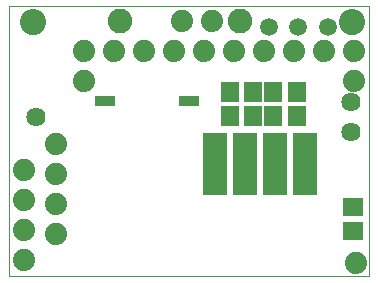
<source format=gts>
G75*
%MOIN*%
%OFA0B0*%
%FSLAX25Y25*%
%IPPOS*%
%LPD*%
%AMOC8*
5,1,8,0,0,1.08239X$1,22.5*
%
%ADD10C,0.00000*%
%ADD11C,0.08674*%
%ADD12C,0.07400*%
%ADD13C,0.06400*%
%ADD14R,0.08400X0.20800*%
%ADD15R,0.06800X0.03800*%
%ADD16R,0.05918X0.06706*%
%ADD17R,0.06706X0.05918*%
%ADD18C,0.05956*%
%ADD19C,0.08200*%
D10*
X0001500Y0011270D02*
X0001500Y0101270D01*
X0121500Y0101270D01*
X0121500Y0011270D01*
X0001500Y0011270D01*
X0005437Y0095916D02*
X0005439Y0096041D01*
X0005445Y0096166D01*
X0005455Y0096290D01*
X0005469Y0096414D01*
X0005486Y0096538D01*
X0005508Y0096661D01*
X0005534Y0096783D01*
X0005563Y0096905D01*
X0005596Y0097025D01*
X0005634Y0097144D01*
X0005674Y0097263D01*
X0005719Y0097379D01*
X0005767Y0097494D01*
X0005819Y0097608D01*
X0005875Y0097720D01*
X0005934Y0097830D01*
X0005996Y0097938D01*
X0006062Y0098045D01*
X0006131Y0098149D01*
X0006204Y0098250D01*
X0006279Y0098350D01*
X0006358Y0098447D01*
X0006440Y0098541D01*
X0006525Y0098633D01*
X0006612Y0098722D01*
X0006703Y0098808D01*
X0006796Y0098891D01*
X0006892Y0098972D01*
X0006990Y0099049D01*
X0007090Y0099123D01*
X0007193Y0099194D01*
X0007298Y0099261D01*
X0007406Y0099326D01*
X0007515Y0099386D01*
X0007626Y0099444D01*
X0007739Y0099497D01*
X0007853Y0099547D01*
X0007969Y0099594D01*
X0008086Y0099636D01*
X0008205Y0099675D01*
X0008325Y0099711D01*
X0008446Y0099742D01*
X0008568Y0099770D01*
X0008690Y0099793D01*
X0008814Y0099813D01*
X0008938Y0099829D01*
X0009062Y0099841D01*
X0009187Y0099849D01*
X0009312Y0099853D01*
X0009436Y0099853D01*
X0009561Y0099849D01*
X0009686Y0099841D01*
X0009810Y0099829D01*
X0009934Y0099813D01*
X0010058Y0099793D01*
X0010180Y0099770D01*
X0010302Y0099742D01*
X0010423Y0099711D01*
X0010543Y0099675D01*
X0010662Y0099636D01*
X0010779Y0099594D01*
X0010895Y0099547D01*
X0011009Y0099497D01*
X0011122Y0099444D01*
X0011233Y0099386D01*
X0011343Y0099326D01*
X0011450Y0099261D01*
X0011555Y0099194D01*
X0011658Y0099123D01*
X0011758Y0099049D01*
X0011856Y0098972D01*
X0011952Y0098891D01*
X0012045Y0098808D01*
X0012136Y0098722D01*
X0012223Y0098633D01*
X0012308Y0098541D01*
X0012390Y0098447D01*
X0012469Y0098350D01*
X0012544Y0098250D01*
X0012617Y0098149D01*
X0012686Y0098045D01*
X0012752Y0097938D01*
X0012814Y0097830D01*
X0012873Y0097720D01*
X0012929Y0097608D01*
X0012981Y0097494D01*
X0013029Y0097379D01*
X0013074Y0097263D01*
X0013114Y0097144D01*
X0013152Y0097025D01*
X0013185Y0096905D01*
X0013214Y0096783D01*
X0013240Y0096661D01*
X0013262Y0096538D01*
X0013279Y0096414D01*
X0013293Y0096290D01*
X0013303Y0096166D01*
X0013309Y0096041D01*
X0013311Y0095916D01*
X0013309Y0095791D01*
X0013303Y0095666D01*
X0013293Y0095542D01*
X0013279Y0095418D01*
X0013262Y0095294D01*
X0013240Y0095171D01*
X0013214Y0095049D01*
X0013185Y0094927D01*
X0013152Y0094807D01*
X0013114Y0094688D01*
X0013074Y0094569D01*
X0013029Y0094453D01*
X0012981Y0094338D01*
X0012929Y0094224D01*
X0012873Y0094112D01*
X0012814Y0094002D01*
X0012752Y0093894D01*
X0012686Y0093787D01*
X0012617Y0093683D01*
X0012544Y0093582D01*
X0012469Y0093482D01*
X0012390Y0093385D01*
X0012308Y0093291D01*
X0012223Y0093199D01*
X0012136Y0093110D01*
X0012045Y0093024D01*
X0011952Y0092941D01*
X0011856Y0092860D01*
X0011758Y0092783D01*
X0011658Y0092709D01*
X0011555Y0092638D01*
X0011450Y0092571D01*
X0011342Y0092506D01*
X0011233Y0092446D01*
X0011122Y0092388D01*
X0011009Y0092335D01*
X0010895Y0092285D01*
X0010779Y0092238D01*
X0010662Y0092196D01*
X0010543Y0092157D01*
X0010423Y0092121D01*
X0010302Y0092090D01*
X0010180Y0092062D01*
X0010058Y0092039D01*
X0009934Y0092019D01*
X0009810Y0092003D01*
X0009686Y0091991D01*
X0009561Y0091983D01*
X0009436Y0091979D01*
X0009312Y0091979D01*
X0009187Y0091983D01*
X0009062Y0091991D01*
X0008938Y0092003D01*
X0008814Y0092019D01*
X0008690Y0092039D01*
X0008568Y0092062D01*
X0008446Y0092090D01*
X0008325Y0092121D01*
X0008205Y0092157D01*
X0008086Y0092196D01*
X0007969Y0092238D01*
X0007853Y0092285D01*
X0007739Y0092335D01*
X0007626Y0092388D01*
X0007515Y0092446D01*
X0007405Y0092506D01*
X0007298Y0092571D01*
X0007193Y0092638D01*
X0007090Y0092709D01*
X0006990Y0092783D01*
X0006892Y0092860D01*
X0006796Y0092941D01*
X0006703Y0093024D01*
X0006612Y0093110D01*
X0006525Y0093199D01*
X0006440Y0093291D01*
X0006358Y0093385D01*
X0006279Y0093482D01*
X0006204Y0093582D01*
X0006131Y0093683D01*
X0006062Y0093787D01*
X0005996Y0093894D01*
X0005934Y0094002D01*
X0005875Y0094112D01*
X0005819Y0094224D01*
X0005767Y0094338D01*
X0005719Y0094453D01*
X0005674Y0094569D01*
X0005634Y0094688D01*
X0005596Y0094807D01*
X0005563Y0094927D01*
X0005534Y0095049D01*
X0005508Y0095171D01*
X0005486Y0095294D01*
X0005469Y0095418D01*
X0005455Y0095542D01*
X0005445Y0095666D01*
X0005439Y0095791D01*
X0005437Y0095916D01*
X0111736Y0095916D02*
X0111738Y0096041D01*
X0111744Y0096166D01*
X0111754Y0096290D01*
X0111768Y0096414D01*
X0111785Y0096538D01*
X0111807Y0096661D01*
X0111833Y0096783D01*
X0111862Y0096905D01*
X0111895Y0097025D01*
X0111933Y0097144D01*
X0111973Y0097263D01*
X0112018Y0097379D01*
X0112066Y0097494D01*
X0112118Y0097608D01*
X0112174Y0097720D01*
X0112233Y0097830D01*
X0112295Y0097938D01*
X0112361Y0098045D01*
X0112430Y0098149D01*
X0112503Y0098250D01*
X0112578Y0098350D01*
X0112657Y0098447D01*
X0112739Y0098541D01*
X0112824Y0098633D01*
X0112911Y0098722D01*
X0113002Y0098808D01*
X0113095Y0098891D01*
X0113191Y0098972D01*
X0113289Y0099049D01*
X0113389Y0099123D01*
X0113492Y0099194D01*
X0113597Y0099261D01*
X0113705Y0099326D01*
X0113814Y0099386D01*
X0113925Y0099444D01*
X0114038Y0099497D01*
X0114152Y0099547D01*
X0114268Y0099594D01*
X0114385Y0099636D01*
X0114504Y0099675D01*
X0114624Y0099711D01*
X0114745Y0099742D01*
X0114867Y0099770D01*
X0114989Y0099793D01*
X0115113Y0099813D01*
X0115237Y0099829D01*
X0115361Y0099841D01*
X0115486Y0099849D01*
X0115611Y0099853D01*
X0115735Y0099853D01*
X0115860Y0099849D01*
X0115985Y0099841D01*
X0116109Y0099829D01*
X0116233Y0099813D01*
X0116357Y0099793D01*
X0116479Y0099770D01*
X0116601Y0099742D01*
X0116722Y0099711D01*
X0116842Y0099675D01*
X0116961Y0099636D01*
X0117078Y0099594D01*
X0117194Y0099547D01*
X0117308Y0099497D01*
X0117421Y0099444D01*
X0117532Y0099386D01*
X0117642Y0099326D01*
X0117749Y0099261D01*
X0117854Y0099194D01*
X0117957Y0099123D01*
X0118057Y0099049D01*
X0118155Y0098972D01*
X0118251Y0098891D01*
X0118344Y0098808D01*
X0118435Y0098722D01*
X0118522Y0098633D01*
X0118607Y0098541D01*
X0118689Y0098447D01*
X0118768Y0098350D01*
X0118843Y0098250D01*
X0118916Y0098149D01*
X0118985Y0098045D01*
X0119051Y0097938D01*
X0119113Y0097830D01*
X0119172Y0097720D01*
X0119228Y0097608D01*
X0119280Y0097494D01*
X0119328Y0097379D01*
X0119373Y0097263D01*
X0119413Y0097144D01*
X0119451Y0097025D01*
X0119484Y0096905D01*
X0119513Y0096783D01*
X0119539Y0096661D01*
X0119561Y0096538D01*
X0119578Y0096414D01*
X0119592Y0096290D01*
X0119602Y0096166D01*
X0119608Y0096041D01*
X0119610Y0095916D01*
X0119608Y0095791D01*
X0119602Y0095666D01*
X0119592Y0095542D01*
X0119578Y0095418D01*
X0119561Y0095294D01*
X0119539Y0095171D01*
X0119513Y0095049D01*
X0119484Y0094927D01*
X0119451Y0094807D01*
X0119413Y0094688D01*
X0119373Y0094569D01*
X0119328Y0094453D01*
X0119280Y0094338D01*
X0119228Y0094224D01*
X0119172Y0094112D01*
X0119113Y0094002D01*
X0119051Y0093894D01*
X0118985Y0093787D01*
X0118916Y0093683D01*
X0118843Y0093582D01*
X0118768Y0093482D01*
X0118689Y0093385D01*
X0118607Y0093291D01*
X0118522Y0093199D01*
X0118435Y0093110D01*
X0118344Y0093024D01*
X0118251Y0092941D01*
X0118155Y0092860D01*
X0118057Y0092783D01*
X0117957Y0092709D01*
X0117854Y0092638D01*
X0117749Y0092571D01*
X0117641Y0092506D01*
X0117532Y0092446D01*
X0117421Y0092388D01*
X0117308Y0092335D01*
X0117194Y0092285D01*
X0117078Y0092238D01*
X0116961Y0092196D01*
X0116842Y0092157D01*
X0116722Y0092121D01*
X0116601Y0092090D01*
X0116479Y0092062D01*
X0116357Y0092039D01*
X0116233Y0092019D01*
X0116109Y0092003D01*
X0115985Y0091991D01*
X0115860Y0091983D01*
X0115735Y0091979D01*
X0115611Y0091979D01*
X0115486Y0091983D01*
X0115361Y0091991D01*
X0115237Y0092003D01*
X0115113Y0092019D01*
X0114989Y0092039D01*
X0114867Y0092062D01*
X0114745Y0092090D01*
X0114624Y0092121D01*
X0114504Y0092157D01*
X0114385Y0092196D01*
X0114268Y0092238D01*
X0114152Y0092285D01*
X0114038Y0092335D01*
X0113925Y0092388D01*
X0113814Y0092446D01*
X0113704Y0092506D01*
X0113597Y0092571D01*
X0113492Y0092638D01*
X0113389Y0092709D01*
X0113289Y0092783D01*
X0113191Y0092860D01*
X0113095Y0092941D01*
X0113002Y0093024D01*
X0112911Y0093110D01*
X0112824Y0093199D01*
X0112739Y0093291D01*
X0112657Y0093385D01*
X0112578Y0093482D01*
X0112503Y0093582D01*
X0112430Y0093683D01*
X0112361Y0093787D01*
X0112295Y0093894D01*
X0112233Y0094002D01*
X0112174Y0094112D01*
X0112118Y0094224D01*
X0112066Y0094338D01*
X0112018Y0094453D01*
X0111973Y0094569D01*
X0111933Y0094688D01*
X0111895Y0094807D01*
X0111862Y0094927D01*
X0111833Y0095049D01*
X0111807Y0095171D01*
X0111785Y0095294D01*
X0111768Y0095418D01*
X0111754Y0095542D01*
X0111744Y0095666D01*
X0111738Y0095791D01*
X0111736Y0095916D01*
D11*
X0115673Y0095916D03*
X0009374Y0095916D03*
D12*
X0026500Y0086270D03*
X0036500Y0086270D03*
X0046500Y0086270D03*
X0056500Y0086270D03*
X0066500Y0086270D03*
X0076500Y0086270D03*
X0086500Y0086270D03*
X0096500Y0086270D03*
X0106500Y0086270D03*
X0116500Y0086270D03*
X0116500Y0076270D03*
X0069000Y0096270D03*
X0059000Y0096270D03*
X0026500Y0076270D03*
X0017000Y0055270D03*
X0006500Y0046770D03*
X0017000Y0045270D03*
X0006500Y0036770D03*
X0017000Y0035270D03*
X0006500Y0026770D03*
X0017000Y0025270D03*
X0006500Y0016770D03*
X0117000Y0015770D03*
D13*
X0115500Y0059270D03*
X0115500Y0069270D03*
X0010500Y0064270D03*
D14*
X0070000Y0048770D03*
X0080000Y0048770D03*
X0090000Y0048770D03*
X0100000Y0048770D03*
D15*
X0061500Y0069770D03*
X0033500Y0069770D03*
D16*
X0075063Y0072770D03*
X0082937Y0072770D03*
X0089563Y0072770D03*
X0097437Y0072770D03*
X0097437Y0064770D03*
X0089563Y0064770D03*
X0082937Y0064770D03*
X0075063Y0064770D03*
D17*
X0116000Y0034207D03*
X0116000Y0026333D03*
D18*
X0107799Y0094270D03*
X0097957Y0094270D03*
X0088114Y0094270D03*
D19*
X0078500Y0096270D03*
X0038500Y0096270D03*
M02*

</source>
